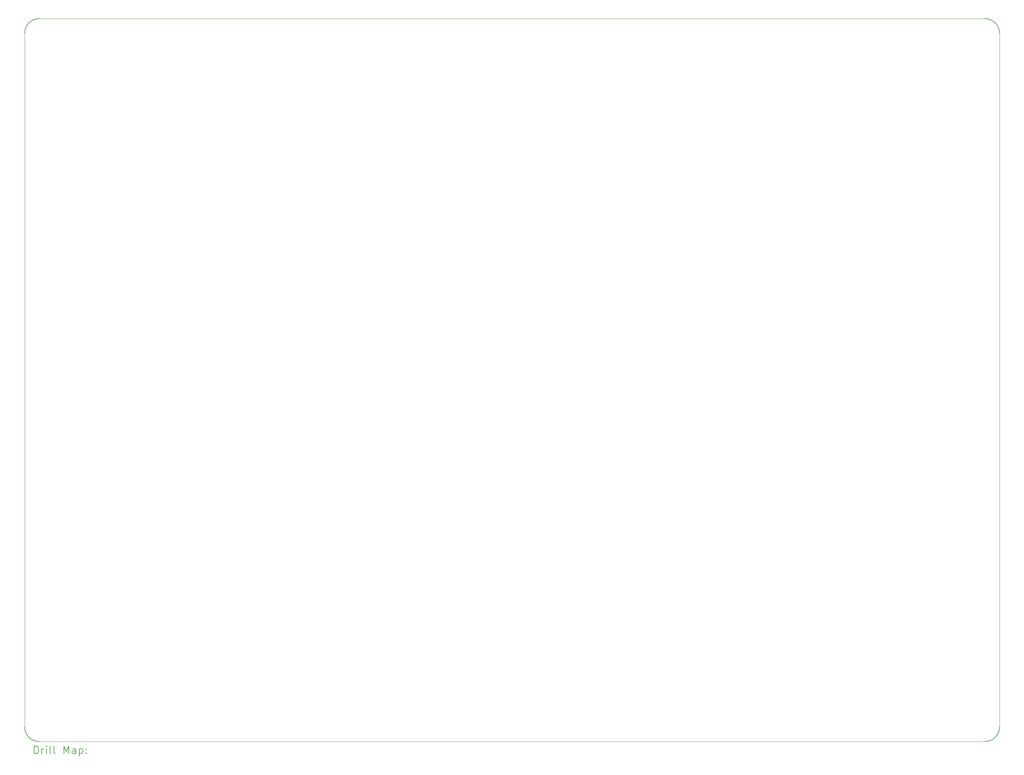
<source format=gbr>
%TF.GenerationSoftware,KiCad,Pcbnew,(6.0.7-1)-1*%
%TF.CreationDate,2022-12-15T20:56:21+05:30*%
%TF.ProjectId,BatteryCircuit,42617474-6572-4794-9369-72637569742e,rev?*%
%TF.SameCoordinates,Original*%
%TF.FileFunction,Drillmap*%
%TF.FilePolarity,Positive*%
%FSLAX45Y45*%
G04 Gerber Fmt 4.5, Leading zero omitted, Abs format (unit mm)*
G04 Created by KiCad (PCBNEW (6.0.7-1)-1) date 2022-12-15 20:56:21*
%MOMM*%
%LPD*%
G01*
G04 APERTURE LIST*
%ADD10C,0.100000*%
%ADD11C,0.150000*%
%ADD12C,0.200000*%
G04 APERTURE END LIST*
D10*
X2413000Y-3302000D02*
X27330400Y-3302000D01*
D11*
X2032000Y-21971000D02*
G75*
G03*
X2413000Y-22352000I381000J0D01*
G01*
D10*
X27330400Y-22352000D02*
X2413000Y-22352000D01*
X27711400Y-3683000D02*
X27711400Y-21971000D01*
X2032000Y-21971000D02*
X2032000Y-3683000D01*
D11*
X2413000Y-3302000D02*
G75*
G03*
X2032000Y-3683000I0J-381000D01*
G01*
X27711400Y-3683000D02*
G75*
G03*
X27330400Y-3302000I-381000J0D01*
G01*
X27330400Y-22352000D02*
G75*
G03*
X27711400Y-21971000I0J381000D01*
G01*
D12*
X2282119Y-22669976D02*
X2282119Y-22469976D01*
X2329738Y-22469976D01*
X2358310Y-22479500D01*
X2377357Y-22498548D01*
X2386881Y-22517595D01*
X2396405Y-22555690D01*
X2396405Y-22584262D01*
X2386881Y-22622357D01*
X2377357Y-22641405D01*
X2358310Y-22660452D01*
X2329738Y-22669976D01*
X2282119Y-22669976D01*
X2482119Y-22669976D02*
X2482119Y-22536643D01*
X2482119Y-22574738D02*
X2491643Y-22555690D01*
X2501167Y-22546167D01*
X2520214Y-22536643D01*
X2539262Y-22536643D01*
X2605929Y-22669976D02*
X2605929Y-22536643D01*
X2605929Y-22469976D02*
X2596405Y-22479500D01*
X2605929Y-22489024D01*
X2615452Y-22479500D01*
X2605929Y-22469976D01*
X2605929Y-22489024D01*
X2729738Y-22669976D02*
X2710690Y-22660452D01*
X2701167Y-22641405D01*
X2701167Y-22469976D01*
X2834500Y-22669976D02*
X2815452Y-22660452D01*
X2805928Y-22641405D01*
X2805928Y-22469976D01*
X3063071Y-22669976D02*
X3063071Y-22469976D01*
X3129738Y-22612833D01*
X3196405Y-22469976D01*
X3196405Y-22669976D01*
X3377357Y-22669976D02*
X3377357Y-22565214D01*
X3367833Y-22546167D01*
X3348786Y-22536643D01*
X3310690Y-22536643D01*
X3291643Y-22546167D01*
X3377357Y-22660452D02*
X3358309Y-22669976D01*
X3310690Y-22669976D01*
X3291643Y-22660452D01*
X3282119Y-22641405D01*
X3282119Y-22622357D01*
X3291643Y-22603309D01*
X3310690Y-22593786D01*
X3358309Y-22593786D01*
X3377357Y-22584262D01*
X3472595Y-22536643D02*
X3472595Y-22736643D01*
X3472595Y-22546167D02*
X3491643Y-22536643D01*
X3529738Y-22536643D01*
X3548786Y-22546167D01*
X3558309Y-22555690D01*
X3567833Y-22574738D01*
X3567833Y-22631881D01*
X3558309Y-22650928D01*
X3548786Y-22660452D01*
X3529738Y-22669976D01*
X3491643Y-22669976D01*
X3472595Y-22660452D01*
X3653548Y-22650928D02*
X3663071Y-22660452D01*
X3653548Y-22669976D01*
X3644024Y-22660452D01*
X3653548Y-22650928D01*
X3653548Y-22669976D01*
X3653548Y-22546167D02*
X3663071Y-22555690D01*
X3653548Y-22565214D01*
X3644024Y-22555690D01*
X3653548Y-22546167D01*
X3653548Y-22565214D01*
M02*

</source>
